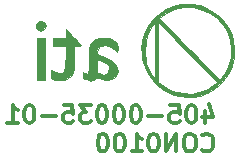
<source format=gbr>
%TF.GenerationSoftware,KiCad,Pcbnew,(6.0.4)*%
%TF.CreationDate,2023-02-28T12:31:03+05:30*%
%TF.ProjectId,CON0100,434f4e30-3130-4302-9e6b-696361645f70,rev?*%
%TF.SameCoordinates,Original*%
%TF.FileFunction,Legend,Bot*%
%TF.FilePolarity,Positive*%
%FSLAX46Y46*%
G04 Gerber Fmt 4.6, Leading zero omitted, Abs format (unit mm)*
G04 Created by KiCad (PCBNEW (6.0.4)) date 2023-02-28 12:31:03*
%MOMM*%
%LPD*%
G01*
G04 APERTURE LIST*
%ADD10C,0.300000*%
%ADD11C,0.010000*%
G04 APERTURE END LIST*
D10*
X297255012Y-115456066D02*
X297255012Y-116456066D01*
X297612154Y-114884637D02*
X297969297Y-115956066D01*
X297040726Y-115956066D01*
X296183583Y-114956066D02*
X296040726Y-114956066D01*
X295897869Y-115027495D01*
X295826440Y-115098923D01*
X295755012Y-115241780D01*
X295683583Y-115527495D01*
X295683583Y-115884637D01*
X295755012Y-116170352D01*
X295826440Y-116313209D01*
X295897869Y-116384637D01*
X296040726Y-116456066D01*
X296183583Y-116456066D01*
X296326440Y-116384637D01*
X296397869Y-116313209D01*
X296469297Y-116170352D01*
X296540726Y-115884637D01*
X296540726Y-115527495D01*
X296469297Y-115241780D01*
X296397869Y-115098923D01*
X296326440Y-115027495D01*
X296183583Y-114956066D01*
X294326440Y-114956066D02*
X295040726Y-114956066D01*
X295112154Y-115670352D01*
X295040726Y-115598923D01*
X294897869Y-115527495D01*
X294540726Y-115527495D01*
X294397869Y-115598923D01*
X294326440Y-115670352D01*
X294255012Y-115813209D01*
X294255012Y-116170352D01*
X294326440Y-116313209D01*
X294397869Y-116384637D01*
X294540726Y-116456066D01*
X294897869Y-116456066D01*
X295040726Y-116384637D01*
X295112154Y-116313209D01*
X293612154Y-115884637D02*
X292469297Y-115884637D01*
X291469297Y-114956066D02*
X291326440Y-114956066D01*
X291183583Y-115027495D01*
X291112154Y-115098923D01*
X291040726Y-115241780D01*
X290969297Y-115527495D01*
X290969297Y-115884637D01*
X291040726Y-116170352D01*
X291112154Y-116313209D01*
X291183583Y-116384637D01*
X291326440Y-116456066D01*
X291469297Y-116456066D01*
X291612154Y-116384637D01*
X291683583Y-116313209D01*
X291755012Y-116170352D01*
X291826440Y-115884637D01*
X291826440Y-115527495D01*
X291755012Y-115241780D01*
X291683583Y-115098923D01*
X291612154Y-115027495D01*
X291469297Y-114956066D01*
X290040726Y-114956066D02*
X289897869Y-114956066D01*
X289755012Y-115027495D01*
X289683583Y-115098923D01*
X289612154Y-115241780D01*
X289540726Y-115527495D01*
X289540726Y-115884637D01*
X289612154Y-116170352D01*
X289683583Y-116313209D01*
X289755012Y-116384637D01*
X289897869Y-116456066D01*
X290040726Y-116456066D01*
X290183583Y-116384637D01*
X290255012Y-116313209D01*
X290326440Y-116170352D01*
X290397869Y-115884637D01*
X290397869Y-115527495D01*
X290326440Y-115241780D01*
X290255012Y-115098923D01*
X290183583Y-115027495D01*
X290040726Y-114956066D01*
X288612154Y-114956066D02*
X288469297Y-114956066D01*
X288326440Y-115027495D01*
X288255012Y-115098923D01*
X288183583Y-115241780D01*
X288112154Y-115527495D01*
X288112154Y-115884637D01*
X288183583Y-116170352D01*
X288255012Y-116313209D01*
X288326440Y-116384637D01*
X288469297Y-116456066D01*
X288612154Y-116456066D01*
X288755012Y-116384637D01*
X288826440Y-116313209D01*
X288897869Y-116170352D01*
X288969297Y-115884637D01*
X288969297Y-115527495D01*
X288897869Y-115241780D01*
X288826440Y-115098923D01*
X288755012Y-115027495D01*
X288612154Y-114956066D01*
X287612154Y-114956066D02*
X286683583Y-114956066D01*
X287183583Y-115527495D01*
X286969297Y-115527495D01*
X286826440Y-115598923D01*
X286755012Y-115670352D01*
X286683583Y-115813209D01*
X286683583Y-116170352D01*
X286755012Y-116313209D01*
X286826440Y-116384637D01*
X286969297Y-116456066D01*
X287397869Y-116456066D01*
X287540726Y-116384637D01*
X287612154Y-116313209D01*
X285326440Y-114956066D02*
X286040726Y-114956066D01*
X286112154Y-115670352D01*
X286040726Y-115598923D01*
X285897869Y-115527495D01*
X285540726Y-115527495D01*
X285397869Y-115598923D01*
X285326440Y-115670352D01*
X285255012Y-115813209D01*
X285255012Y-116170352D01*
X285326440Y-116313209D01*
X285397869Y-116384637D01*
X285540726Y-116456066D01*
X285897869Y-116456066D01*
X286040726Y-116384637D01*
X286112154Y-116313209D01*
X284612154Y-115884637D02*
X283469297Y-115884637D01*
X282469297Y-114956066D02*
X282326440Y-114956066D01*
X282183583Y-115027495D01*
X282112154Y-115098923D01*
X282040726Y-115241780D01*
X281969297Y-115527495D01*
X281969297Y-115884637D01*
X282040726Y-116170352D01*
X282112154Y-116313209D01*
X282183583Y-116384637D01*
X282326440Y-116456066D01*
X282469297Y-116456066D01*
X282612154Y-116384637D01*
X282683583Y-116313209D01*
X282755012Y-116170352D01*
X282826440Y-115884637D01*
X282826440Y-115527495D01*
X282755012Y-115241780D01*
X282683583Y-115098923D01*
X282612154Y-115027495D01*
X282469297Y-114956066D01*
X280540726Y-116456066D02*
X281397869Y-116456066D01*
X280969297Y-116456066D02*
X280969297Y-114956066D01*
X281112154Y-115170352D01*
X281255012Y-115313209D01*
X281397869Y-115384637D01*
X297040726Y-118728209D02*
X297112154Y-118799637D01*
X297326440Y-118871066D01*
X297469297Y-118871066D01*
X297683583Y-118799637D01*
X297826440Y-118656780D01*
X297897869Y-118513923D01*
X297969297Y-118228209D01*
X297969297Y-118013923D01*
X297897869Y-117728209D01*
X297826440Y-117585352D01*
X297683583Y-117442495D01*
X297469297Y-117371066D01*
X297326440Y-117371066D01*
X297112154Y-117442495D01*
X297040726Y-117513923D01*
X296112154Y-117371066D02*
X295826440Y-117371066D01*
X295683583Y-117442495D01*
X295540726Y-117585352D01*
X295469297Y-117871066D01*
X295469297Y-118371066D01*
X295540726Y-118656780D01*
X295683583Y-118799637D01*
X295826440Y-118871066D01*
X296112154Y-118871066D01*
X296255012Y-118799637D01*
X296397869Y-118656780D01*
X296469297Y-118371066D01*
X296469297Y-117871066D01*
X296397869Y-117585352D01*
X296255012Y-117442495D01*
X296112154Y-117371066D01*
X294826440Y-118871066D02*
X294826440Y-117371066D01*
X293969297Y-118871066D01*
X293969297Y-117371066D01*
X292969297Y-117371066D02*
X292826440Y-117371066D01*
X292683583Y-117442495D01*
X292612154Y-117513923D01*
X292540726Y-117656780D01*
X292469297Y-117942495D01*
X292469297Y-118299637D01*
X292540726Y-118585352D01*
X292612154Y-118728209D01*
X292683583Y-118799637D01*
X292826440Y-118871066D01*
X292969297Y-118871066D01*
X293112154Y-118799637D01*
X293183583Y-118728209D01*
X293255012Y-118585352D01*
X293326440Y-118299637D01*
X293326440Y-117942495D01*
X293255012Y-117656780D01*
X293183583Y-117513923D01*
X293112154Y-117442495D01*
X292969297Y-117371066D01*
X291040726Y-118871066D02*
X291897869Y-118871066D01*
X291469297Y-118871066D02*
X291469297Y-117371066D01*
X291612154Y-117585352D01*
X291755012Y-117728209D01*
X291897869Y-117799637D01*
X290112154Y-117371066D02*
X289969297Y-117371066D01*
X289826440Y-117442495D01*
X289755012Y-117513923D01*
X289683583Y-117656780D01*
X289612154Y-117942495D01*
X289612154Y-118299637D01*
X289683583Y-118585352D01*
X289755012Y-118728209D01*
X289826440Y-118799637D01*
X289969297Y-118871066D01*
X290112154Y-118871066D01*
X290255012Y-118799637D01*
X290326440Y-118728209D01*
X290397869Y-118585352D01*
X290469297Y-118299637D01*
X290469297Y-117942495D01*
X290397869Y-117656780D01*
X290326440Y-117513923D01*
X290255012Y-117442495D01*
X290112154Y-117371066D01*
X288683583Y-117371066D02*
X288540726Y-117371066D01*
X288397869Y-117442495D01*
X288326440Y-117513923D01*
X288255012Y-117656780D01*
X288183583Y-117942495D01*
X288183583Y-118299637D01*
X288255012Y-118585352D01*
X288326440Y-118728209D01*
X288397869Y-118799637D01*
X288540726Y-118871066D01*
X288683583Y-118871066D01*
X288826440Y-118799637D01*
X288897869Y-118728209D01*
X288969297Y-118585352D01*
X289040726Y-118299637D01*
X289040726Y-117942495D01*
X288969297Y-117656780D01*
X288897869Y-117513923D01*
X288826440Y-117442495D01*
X288683583Y-117371066D01*
%TO.C,U1*%
G36*
X283605568Y-107944884D02*
G01*
X283717843Y-108075763D01*
X283758539Y-108284592D01*
X283631367Y-108506630D01*
X283485457Y-108621560D01*
X283269114Y-108642339D01*
X283054910Y-108495542D01*
X282976509Y-108378889D01*
X282945266Y-108166249D01*
X283027358Y-107981721D01*
X283187978Y-107860113D01*
X283392317Y-107836231D01*
X283605568Y-107944884D01*
G37*
D11*
X283605568Y-107944884D02*
X283717843Y-108075763D01*
X283758539Y-108284592D01*
X283631367Y-108506630D01*
X283485457Y-108621560D01*
X283269114Y-108642339D01*
X283054910Y-108495542D01*
X282976509Y-108378889D01*
X282945266Y-108166249D01*
X283027358Y-107981721D01*
X283187978Y-107860113D01*
X283392317Y-107836231D01*
X283605568Y-107944884D01*
G36*
X289834912Y-112266410D02*
G01*
X289672658Y-112558386D01*
X289389083Y-112744671D01*
X289000778Y-112810130D01*
X288885306Y-112805761D01*
X288580775Y-112760991D01*
X288344090Y-112683441D01*
X288152363Y-112610760D01*
X288043297Y-112647041D01*
X287973827Y-112715516D01*
X287805659Y-112810697D01*
X287717302Y-112845198D01*
X287568875Y-112881589D01*
X287421675Y-112858877D01*
X287197770Y-112772117D01*
X287038353Y-112693736D01*
X286929765Y-112571851D01*
X286904156Y-112374184D01*
X286907176Y-112265780D01*
X286935929Y-112165816D01*
X287005756Y-112200530D01*
X287071946Y-112248525D01*
X287259756Y-112302130D01*
X287311013Y-112294017D01*
X287356642Y-112247409D01*
X287386114Y-112135913D01*
X287402886Y-111933423D01*
X287410055Y-111629117D01*
X288089489Y-111629117D01*
X288089542Y-111694130D01*
X288096959Y-111952861D01*
X288133094Y-112101092D01*
X288220844Y-112188338D01*
X288383103Y-112264117D01*
X288433637Y-112285006D01*
X288615123Y-112355635D01*
X288700603Y-112381430D01*
X288870282Y-112321602D01*
X289084798Y-112142236D01*
X289172162Y-111901171D01*
X289111564Y-111636147D01*
X289039243Y-111555288D01*
X288842275Y-111413592D01*
X288589957Y-111270992D01*
X288343319Y-111160917D01*
X288163393Y-111116797D01*
X288129462Y-111174357D01*
X288100590Y-111359909D01*
X288089489Y-111629117D01*
X287410055Y-111629117D01*
X287410415Y-111613830D01*
X287412156Y-111151027D01*
X287412246Y-111072125D01*
X287420979Y-110546442D01*
X287450180Y-110156924D01*
X287508637Y-109874470D01*
X287605137Y-109669981D01*
X287748468Y-109514356D01*
X287947417Y-109378495D01*
X288009114Y-109346904D01*
X288322600Y-109259328D01*
X288701875Y-109226736D01*
X289072455Y-109251394D01*
X289359855Y-109335565D01*
X289487040Y-109405285D01*
X289720913Y-109581790D01*
X289836474Y-109787570D01*
X289867489Y-110071586D01*
X289865686Y-110173392D01*
X289849326Y-110363888D01*
X289821461Y-110439464D01*
X289811759Y-110436966D01*
X289707217Y-110365422D01*
X289546294Y-110225958D01*
X289391757Y-110107990D01*
X289092904Y-109961503D01*
X288788001Y-109885443D01*
X288543056Y-109901177D01*
X288390846Y-109971549D01*
X288168725Y-110178583D01*
X288089489Y-110445781D01*
X288094082Y-110530323D01*
X288142367Y-110643916D01*
X288275815Y-110730971D01*
X288533989Y-110825266D01*
X289035151Y-111010322D01*
X289426396Y-111214322D01*
X289683491Y-111439709D01*
X289824501Y-111702661D01*
X289851447Y-111901171D01*
X289867489Y-112019352D01*
X289834912Y-112266410D01*
G37*
X289834912Y-112266410D02*
X289672658Y-112558386D01*
X289389083Y-112744671D01*
X289000778Y-112810130D01*
X288885306Y-112805761D01*
X288580775Y-112760991D01*
X288344090Y-112683441D01*
X288152363Y-112610760D01*
X288043297Y-112647041D01*
X287973827Y-112715516D01*
X287805659Y-112810697D01*
X287717302Y-112845198D01*
X287568875Y-112881589D01*
X287421675Y-112858877D01*
X287197770Y-112772117D01*
X287038353Y-112693736D01*
X286929765Y-112571851D01*
X286904156Y-112374184D01*
X286907176Y-112265780D01*
X286935929Y-112165816D01*
X287005756Y-112200530D01*
X287071946Y-112248525D01*
X287259756Y-112302130D01*
X287311013Y-112294017D01*
X287356642Y-112247409D01*
X287386114Y-112135913D01*
X287402886Y-111933423D01*
X287410055Y-111629117D01*
X288089489Y-111629117D01*
X288089542Y-111694130D01*
X288096959Y-111952861D01*
X288133094Y-112101092D01*
X288220844Y-112188338D01*
X288383103Y-112264117D01*
X288433637Y-112285006D01*
X288615123Y-112355635D01*
X288700603Y-112381430D01*
X288870282Y-112321602D01*
X289084798Y-112142236D01*
X289172162Y-111901171D01*
X289111564Y-111636147D01*
X289039243Y-111555288D01*
X288842275Y-111413592D01*
X288589957Y-111270992D01*
X288343319Y-111160917D01*
X288163393Y-111116797D01*
X288129462Y-111174357D01*
X288100590Y-111359909D01*
X288089489Y-111629117D01*
X287410055Y-111629117D01*
X287410415Y-111613830D01*
X287412156Y-111151027D01*
X287412246Y-111072125D01*
X287420979Y-110546442D01*
X287450180Y-110156924D01*
X287508637Y-109874470D01*
X287605137Y-109669981D01*
X287748468Y-109514356D01*
X287947417Y-109378495D01*
X288009114Y-109346904D01*
X288322600Y-109259328D01*
X288701875Y-109226736D01*
X289072455Y-109251394D01*
X289359855Y-109335565D01*
X289487040Y-109405285D01*
X289720913Y-109581790D01*
X289836474Y-109787570D01*
X289867489Y-110071586D01*
X289865686Y-110173392D01*
X289849326Y-110363888D01*
X289821461Y-110439464D01*
X289811759Y-110436966D01*
X289707217Y-110365422D01*
X289546294Y-110225958D01*
X289391757Y-110107990D01*
X289092904Y-109961503D01*
X288788001Y-109885443D01*
X288543056Y-109901177D01*
X288390846Y-109971549D01*
X288168725Y-110178583D01*
X288089489Y-110445781D01*
X288094082Y-110530323D01*
X288142367Y-110643916D01*
X288275815Y-110730971D01*
X288533989Y-110825266D01*
X289035151Y-111010322D01*
X289426396Y-111214322D01*
X289683491Y-111439709D01*
X289824501Y-111702661D01*
X289851447Y-111901171D01*
X289867489Y-112019352D01*
X289834912Y-112266410D01*
G36*
X286099823Y-109169463D02*
G01*
X286301203Y-109372902D01*
X286525327Y-109609144D01*
X286678255Y-109782657D01*
X286734823Y-109865845D01*
X286732286Y-109874418D01*
X286634420Y-109914970D01*
X286438489Y-109931464D01*
X286142156Y-109931464D01*
X286142156Y-111067967D01*
X286142149Y-111123575D01*
X286140271Y-111568432D01*
X286131484Y-111880559D01*
X286110599Y-112093086D01*
X286072427Y-112239143D01*
X286011780Y-112351859D01*
X285923469Y-112464366D01*
X285896974Y-112494318D01*
X285671785Y-112683927D01*
X285436636Y-112803750D01*
X285322762Y-112828639D01*
X284982373Y-112844757D01*
X284625748Y-112803593D01*
X284342989Y-112712652D01*
X284342466Y-112712377D01*
X284230301Y-112573574D01*
X284194823Y-112303472D01*
X284194823Y-111972104D01*
X284488437Y-112094784D01*
X284575918Y-112129978D01*
X284891047Y-112221492D01*
X285125459Y-112210724D01*
X285289597Y-112084748D01*
X285393908Y-111830635D01*
X285448835Y-111435459D01*
X285464823Y-110886291D01*
X285464823Y-109931464D01*
X284364156Y-109931464D01*
X284364156Y-109254130D01*
X285464823Y-109254130D01*
X285464823Y-108538701D01*
X286099823Y-109169463D01*
G37*
X286099823Y-109169463D02*
X286301203Y-109372902D01*
X286525327Y-109609144D01*
X286678255Y-109782657D01*
X286734823Y-109865845D01*
X286732286Y-109874418D01*
X286634420Y-109914970D01*
X286438489Y-109931464D01*
X286142156Y-109931464D01*
X286142156Y-111067967D01*
X286142149Y-111123575D01*
X286140271Y-111568432D01*
X286131484Y-111880559D01*
X286110599Y-112093086D01*
X286072427Y-112239143D01*
X286011780Y-112351859D01*
X285923469Y-112464366D01*
X285896974Y-112494318D01*
X285671785Y-112683927D01*
X285436636Y-112803750D01*
X285322762Y-112828639D01*
X284982373Y-112844757D01*
X284625748Y-112803593D01*
X284342989Y-112712652D01*
X284342466Y-112712377D01*
X284230301Y-112573574D01*
X284194823Y-112303472D01*
X284194823Y-111972104D01*
X284488437Y-112094784D01*
X284575918Y-112129978D01*
X284891047Y-112221492D01*
X285125459Y-112210724D01*
X285289597Y-112084748D01*
X285393908Y-111830635D01*
X285448835Y-111435459D01*
X285464823Y-110886291D01*
X285464823Y-109931464D01*
X284364156Y-109931464D01*
X284364156Y-109254130D01*
X285464823Y-109254130D01*
X285464823Y-108538701D01*
X286099823Y-109169463D01*
G36*
X298532693Y-113146820D02*
G01*
X298032912Y-113544951D01*
X297452641Y-113886392D01*
X296856967Y-114130660D01*
X296737347Y-114163144D01*
X296262374Y-114230848D01*
X295716123Y-114238789D01*
X295164930Y-114188467D01*
X294675134Y-114081380D01*
X294597720Y-114056708D01*
X293845522Y-113725709D01*
X293199913Y-113263482D01*
X292664526Y-112673196D01*
X292242992Y-111958024D01*
X292157002Y-111759804D01*
X291942995Y-111013864D01*
X291886262Y-110312464D01*
X292205556Y-110312464D01*
X292210972Y-110678847D01*
X292238232Y-111046395D01*
X292295628Y-111344559D01*
X292391045Y-111629319D01*
X292474110Y-111822303D01*
X292635234Y-112140201D01*
X292788345Y-112386601D01*
X293000156Y-112673695D01*
X293000156Y-107951232D01*
X292788345Y-108238326D01*
X292590207Y-108541793D01*
X292369117Y-109045692D01*
X292244597Y-109622757D01*
X292205556Y-110312464D01*
X291886262Y-110312464D01*
X291881384Y-110252162D01*
X291965498Y-109498440D01*
X292188663Y-108776437D01*
X292544206Y-108109896D01*
X292681650Y-107942153D01*
X293254156Y-107942153D01*
X293254156Y-112965235D01*
X293589755Y-113231034D01*
X293786580Y-113366781D01*
X294117594Y-113554458D01*
X294457589Y-113713192D01*
X294877052Y-113848494D01*
X295505402Y-113953570D01*
X296136613Y-113962452D01*
X296703091Y-113870409D01*
X297108604Y-113733775D01*
X297528639Y-113547675D01*
X297881622Y-113346023D01*
X298118182Y-113153819D01*
X298283208Y-112971205D01*
X293254156Y-107942153D01*
X292681650Y-107942153D01*
X292959437Y-107603130D01*
X293334727Y-107603130D01*
X295938726Y-110206630D01*
X296303661Y-110571478D01*
X296824843Y-111092475D01*
X297299266Y-111566656D01*
X297714767Y-111981868D01*
X298059181Y-112325958D01*
X298320346Y-112586773D01*
X298486098Y-112752160D01*
X298544274Y-112809967D01*
X298573166Y-112768499D01*
X298674267Y-112621008D01*
X298822695Y-112403552D01*
X298832147Y-112389627D01*
X299216591Y-111681528D01*
X299435305Y-110946097D01*
X299487543Y-110193764D01*
X299372555Y-109434961D01*
X299089595Y-108680121D01*
X298769097Y-108152933D01*
X298268695Y-107603249D01*
X297669284Y-107163879D01*
X296996733Y-106849564D01*
X296276909Y-106675043D01*
X295535681Y-106655057D01*
X295480092Y-106660339D01*
X294976836Y-106754177D01*
X294456247Y-106919733D01*
X293980543Y-107133782D01*
X293611941Y-107373102D01*
X293334727Y-107603130D01*
X292959437Y-107603130D01*
X293025457Y-107522556D01*
X293625741Y-107038158D01*
X293810135Y-106924509D01*
X294513507Y-106595122D01*
X295248157Y-106420443D01*
X296048759Y-106391211D01*
X296248562Y-106402167D01*
X296581745Y-106435448D01*
X296858764Y-106497807D01*
X297147478Y-106607325D01*
X297515747Y-106782082D01*
X297946574Y-107026789D01*
X298568781Y-107519572D01*
X299064322Y-108099962D01*
X299429576Y-108748671D01*
X299660920Y-109446408D01*
X299754734Y-110173882D01*
X299753458Y-110193764D01*
X299707395Y-110911805D01*
X299515283Y-111640886D01*
X299174775Y-112341835D01*
X298700456Y-112971205D01*
X298682250Y-112995363D01*
X298532693Y-113146820D01*
G37*
X298532693Y-113146820D02*
X298032912Y-113544951D01*
X297452641Y-113886392D01*
X296856967Y-114130660D01*
X296737347Y-114163144D01*
X296262374Y-114230848D01*
X295716123Y-114238789D01*
X295164930Y-114188467D01*
X294675134Y-114081380D01*
X294597720Y-114056708D01*
X293845522Y-113725709D01*
X293199913Y-113263482D01*
X292664526Y-112673196D01*
X292242992Y-111958024D01*
X292157002Y-111759804D01*
X291942995Y-111013864D01*
X291886262Y-110312464D01*
X292205556Y-110312464D01*
X292210972Y-110678847D01*
X292238232Y-111046395D01*
X292295628Y-111344559D01*
X292391045Y-111629319D01*
X292474110Y-111822303D01*
X292635234Y-112140201D01*
X292788345Y-112386601D01*
X293000156Y-112673695D01*
X293000156Y-107951232D01*
X292788345Y-108238326D01*
X292590207Y-108541793D01*
X292369117Y-109045692D01*
X292244597Y-109622757D01*
X292205556Y-110312464D01*
X291886262Y-110312464D01*
X291881384Y-110252162D01*
X291965498Y-109498440D01*
X292188663Y-108776437D01*
X292544206Y-108109896D01*
X292681650Y-107942153D01*
X293254156Y-107942153D01*
X293254156Y-112965235D01*
X293589755Y-113231034D01*
X293786580Y-113366781D01*
X294117594Y-113554458D01*
X294457589Y-113713192D01*
X294877052Y-113848494D01*
X295505402Y-113953570D01*
X296136613Y-113962452D01*
X296703091Y-113870409D01*
X297108604Y-113733775D01*
X297528639Y-113547675D01*
X297881622Y-113346023D01*
X298118182Y-113153819D01*
X298283208Y-112971205D01*
X293254156Y-107942153D01*
X292681650Y-107942153D01*
X292959437Y-107603130D01*
X293334727Y-107603130D01*
X295938726Y-110206630D01*
X296303661Y-110571478D01*
X296824843Y-111092475D01*
X297299266Y-111566656D01*
X297714767Y-111981868D01*
X298059181Y-112325958D01*
X298320346Y-112586773D01*
X298486098Y-112752160D01*
X298544274Y-112809967D01*
X298573166Y-112768499D01*
X298674267Y-112621008D01*
X298822695Y-112403552D01*
X298832147Y-112389627D01*
X299216591Y-111681528D01*
X299435305Y-110946097D01*
X299487543Y-110193764D01*
X299372555Y-109434961D01*
X299089595Y-108680121D01*
X298769097Y-108152933D01*
X298268695Y-107603249D01*
X297669284Y-107163879D01*
X296996733Y-106849564D01*
X296276909Y-106675043D01*
X295535681Y-106655057D01*
X295480092Y-106660339D01*
X294976836Y-106754177D01*
X294456247Y-106919733D01*
X293980543Y-107133782D01*
X293611941Y-107373102D01*
X293334727Y-107603130D01*
X292959437Y-107603130D01*
X293025457Y-107522556D01*
X293625741Y-107038158D01*
X293810135Y-106924509D01*
X294513507Y-106595122D01*
X295248157Y-106420443D01*
X296048759Y-106391211D01*
X296248562Y-106402167D01*
X296581745Y-106435448D01*
X296858764Y-106497807D01*
X297147478Y-106607325D01*
X297515747Y-106782082D01*
X297946574Y-107026789D01*
X298568781Y-107519572D01*
X299064322Y-108099962D01*
X299429576Y-108748671D01*
X299660920Y-109446408D01*
X299754734Y-110173882D01*
X299753458Y-110193764D01*
X299707395Y-110911805D01*
X299515283Y-111640886D01*
X299174775Y-112341835D01*
X298700456Y-112971205D01*
X298682250Y-112995363D01*
X298532693Y-113146820D01*
G36*
X283686823Y-112810130D02*
G01*
X283009489Y-112810130D01*
X283009489Y-109254130D01*
X283686823Y-109254130D01*
X283686823Y-112810130D01*
G37*
X283686823Y-112810130D02*
X283009489Y-112810130D01*
X283009489Y-109254130D01*
X283686823Y-109254130D01*
X283686823Y-112810130D01*
%TD*%
M02*

</source>
